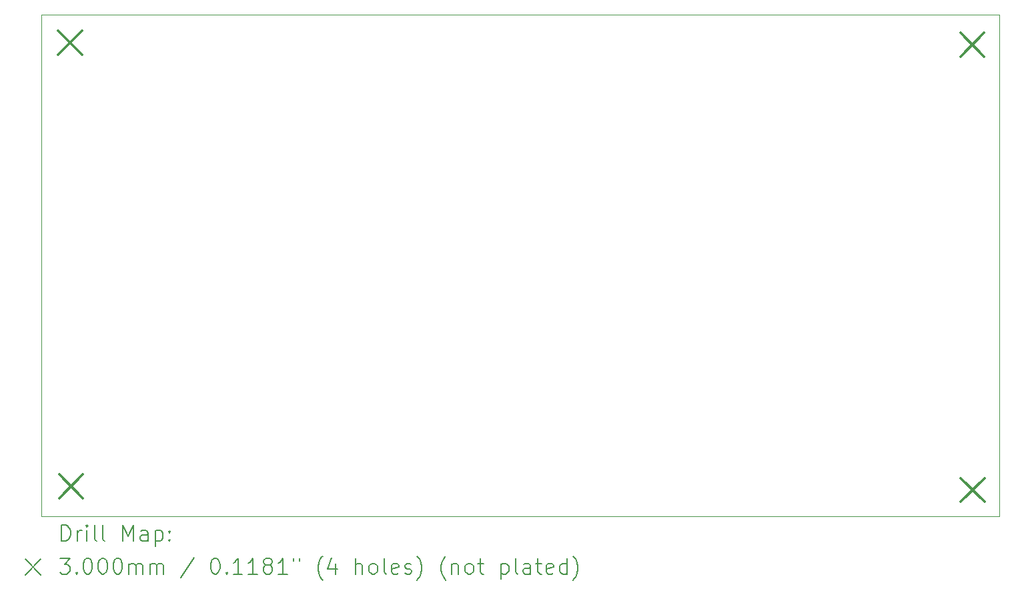
<source format=gbr>
%TF.GenerationSoftware,KiCad,Pcbnew,7.0.10*%
%TF.CreationDate,2024-03-22T14:29:53+05:30*%
%TF.ProjectId,small_pcb,736d616c-6c5f-4706-9362-2e6b69636164,rev?*%
%TF.SameCoordinates,Original*%
%TF.FileFunction,Drillmap*%
%TF.FilePolarity,Positive*%
%FSLAX45Y45*%
G04 Gerber Fmt 4.5, Leading zero omitted, Abs format (unit mm)*
G04 Created by KiCad (PCBNEW 7.0.10) date 2024-03-22 14:29:53*
%MOMM*%
%LPD*%
G01*
G04 APERTURE LIST*
%ADD10C,0.100000*%
%ADD11C,0.200000*%
%ADD12C,0.300000*%
G04 APERTURE END LIST*
D10*
X5438140Y-7231380D02*
X17599660Y-7231380D01*
X17599660Y-13596620D01*
X5438140Y-13596620D01*
X5438140Y-7231380D01*
D11*
D12*
X5653900Y-7439520D02*
X5953900Y-7739520D01*
X5953900Y-7439520D02*
X5653900Y-7739520D01*
X5666600Y-13068160D02*
X5966600Y-13368160D01*
X5966600Y-13068160D02*
X5666600Y-13368160D01*
X17101680Y-7462380D02*
X17401680Y-7762380D01*
X17401680Y-7462380D02*
X17101680Y-7762380D01*
X17106760Y-13116420D02*
X17406760Y-13416420D01*
X17406760Y-13116420D02*
X17106760Y-13416420D01*
D11*
X5693917Y-13913104D02*
X5693917Y-13713104D01*
X5693917Y-13713104D02*
X5741536Y-13713104D01*
X5741536Y-13713104D02*
X5770107Y-13722628D01*
X5770107Y-13722628D02*
X5789155Y-13741675D01*
X5789155Y-13741675D02*
X5798679Y-13760723D01*
X5798679Y-13760723D02*
X5808202Y-13798818D01*
X5808202Y-13798818D02*
X5808202Y-13827389D01*
X5808202Y-13827389D02*
X5798679Y-13865485D01*
X5798679Y-13865485D02*
X5789155Y-13884532D01*
X5789155Y-13884532D02*
X5770107Y-13903580D01*
X5770107Y-13903580D02*
X5741536Y-13913104D01*
X5741536Y-13913104D02*
X5693917Y-13913104D01*
X5893917Y-13913104D02*
X5893917Y-13779770D01*
X5893917Y-13817866D02*
X5903441Y-13798818D01*
X5903441Y-13798818D02*
X5912964Y-13789294D01*
X5912964Y-13789294D02*
X5932012Y-13779770D01*
X5932012Y-13779770D02*
X5951060Y-13779770D01*
X6017726Y-13913104D02*
X6017726Y-13779770D01*
X6017726Y-13713104D02*
X6008202Y-13722628D01*
X6008202Y-13722628D02*
X6017726Y-13732151D01*
X6017726Y-13732151D02*
X6027250Y-13722628D01*
X6027250Y-13722628D02*
X6017726Y-13713104D01*
X6017726Y-13713104D02*
X6017726Y-13732151D01*
X6141536Y-13913104D02*
X6122488Y-13903580D01*
X6122488Y-13903580D02*
X6112964Y-13884532D01*
X6112964Y-13884532D02*
X6112964Y-13713104D01*
X6246298Y-13913104D02*
X6227250Y-13903580D01*
X6227250Y-13903580D02*
X6217726Y-13884532D01*
X6217726Y-13884532D02*
X6217726Y-13713104D01*
X6474869Y-13913104D02*
X6474869Y-13713104D01*
X6474869Y-13713104D02*
X6541536Y-13855961D01*
X6541536Y-13855961D02*
X6608202Y-13713104D01*
X6608202Y-13713104D02*
X6608202Y-13913104D01*
X6789155Y-13913104D02*
X6789155Y-13808342D01*
X6789155Y-13808342D02*
X6779631Y-13789294D01*
X6779631Y-13789294D02*
X6760583Y-13779770D01*
X6760583Y-13779770D02*
X6722488Y-13779770D01*
X6722488Y-13779770D02*
X6703441Y-13789294D01*
X6789155Y-13903580D02*
X6770107Y-13913104D01*
X6770107Y-13913104D02*
X6722488Y-13913104D01*
X6722488Y-13913104D02*
X6703441Y-13903580D01*
X6703441Y-13903580D02*
X6693917Y-13884532D01*
X6693917Y-13884532D02*
X6693917Y-13865485D01*
X6693917Y-13865485D02*
X6703441Y-13846437D01*
X6703441Y-13846437D02*
X6722488Y-13836913D01*
X6722488Y-13836913D02*
X6770107Y-13836913D01*
X6770107Y-13836913D02*
X6789155Y-13827389D01*
X6884393Y-13779770D02*
X6884393Y-13979770D01*
X6884393Y-13789294D02*
X6903441Y-13779770D01*
X6903441Y-13779770D02*
X6941536Y-13779770D01*
X6941536Y-13779770D02*
X6960583Y-13789294D01*
X6960583Y-13789294D02*
X6970107Y-13798818D01*
X6970107Y-13798818D02*
X6979631Y-13817866D01*
X6979631Y-13817866D02*
X6979631Y-13875008D01*
X6979631Y-13875008D02*
X6970107Y-13894056D01*
X6970107Y-13894056D02*
X6960583Y-13903580D01*
X6960583Y-13903580D02*
X6941536Y-13913104D01*
X6941536Y-13913104D02*
X6903441Y-13913104D01*
X6903441Y-13913104D02*
X6884393Y-13903580D01*
X7065345Y-13894056D02*
X7074869Y-13903580D01*
X7074869Y-13903580D02*
X7065345Y-13913104D01*
X7065345Y-13913104D02*
X7055822Y-13903580D01*
X7055822Y-13903580D02*
X7065345Y-13894056D01*
X7065345Y-13894056D02*
X7065345Y-13913104D01*
X7065345Y-13789294D02*
X7074869Y-13798818D01*
X7074869Y-13798818D02*
X7065345Y-13808342D01*
X7065345Y-13808342D02*
X7055822Y-13798818D01*
X7055822Y-13798818D02*
X7065345Y-13789294D01*
X7065345Y-13789294D02*
X7065345Y-13808342D01*
X5233140Y-14141620D02*
X5433140Y-14341620D01*
X5433140Y-14141620D02*
X5233140Y-14341620D01*
X5674869Y-14133104D02*
X5798679Y-14133104D01*
X5798679Y-14133104D02*
X5732012Y-14209294D01*
X5732012Y-14209294D02*
X5760583Y-14209294D01*
X5760583Y-14209294D02*
X5779631Y-14218818D01*
X5779631Y-14218818D02*
X5789155Y-14228342D01*
X5789155Y-14228342D02*
X5798679Y-14247389D01*
X5798679Y-14247389D02*
X5798679Y-14295008D01*
X5798679Y-14295008D02*
X5789155Y-14314056D01*
X5789155Y-14314056D02*
X5779631Y-14323580D01*
X5779631Y-14323580D02*
X5760583Y-14333104D01*
X5760583Y-14333104D02*
X5703441Y-14333104D01*
X5703441Y-14333104D02*
X5684393Y-14323580D01*
X5684393Y-14323580D02*
X5674869Y-14314056D01*
X5884393Y-14314056D02*
X5893917Y-14323580D01*
X5893917Y-14323580D02*
X5884393Y-14333104D01*
X5884393Y-14333104D02*
X5874869Y-14323580D01*
X5874869Y-14323580D02*
X5884393Y-14314056D01*
X5884393Y-14314056D02*
X5884393Y-14333104D01*
X6017726Y-14133104D02*
X6036774Y-14133104D01*
X6036774Y-14133104D02*
X6055822Y-14142628D01*
X6055822Y-14142628D02*
X6065345Y-14152151D01*
X6065345Y-14152151D02*
X6074869Y-14171199D01*
X6074869Y-14171199D02*
X6084393Y-14209294D01*
X6084393Y-14209294D02*
X6084393Y-14256913D01*
X6084393Y-14256913D02*
X6074869Y-14295008D01*
X6074869Y-14295008D02*
X6065345Y-14314056D01*
X6065345Y-14314056D02*
X6055822Y-14323580D01*
X6055822Y-14323580D02*
X6036774Y-14333104D01*
X6036774Y-14333104D02*
X6017726Y-14333104D01*
X6017726Y-14333104D02*
X5998679Y-14323580D01*
X5998679Y-14323580D02*
X5989155Y-14314056D01*
X5989155Y-14314056D02*
X5979631Y-14295008D01*
X5979631Y-14295008D02*
X5970107Y-14256913D01*
X5970107Y-14256913D02*
X5970107Y-14209294D01*
X5970107Y-14209294D02*
X5979631Y-14171199D01*
X5979631Y-14171199D02*
X5989155Y-14152151D01*
X5989155Y-14152151D02*
X5998679Y-14142628D01*
X5998679Y-14142628D02*
X6017726Y-14133104D01*
X6208202Y-14133104D02*
X6227250Y-14133104D01*
X6227250Y-14133104D02*
X6246298Y-14142628D01*
X6246298Y-14142628D02*
X6255822Y-14152151D01*
X6255822Y-14152151D02*
X6265345Y-14171199D01*
X6265345Y-14171199D02*
X6274869Y-14209294D01*
X6274869Y-14209294D02*
X6274869Y-14256913D01*
X6274869Y-14256913D02*
X6265345Y-14295008D01*
X6265345Y-14295008D02*
X6255822Y-14314056D01*
X6255822Y-14314056D02*
X6246298Y-14323580D01*
X6246298Y-14323580D02*
X6227250Y-14333104D01*
X6227250Y-14333104D02*
X6208202Y-14333104D01*
X6208202Y-14333104D02*
X6189155Y-14323580D01*
X6189155Y-14323580D02*
X6179631Y-14314056D01*
X6179631Y-14314056D02*
X6170107Y-14295008D01*
X6170107Y-14295008D02*
X6160583Y-14256913D01*
X6160583Y-14256913D02*
X6160583Y-14209294D01*
X6160583Y-14209294D02*
X6170107Y-14171199D01*
X6170107Y-14171199D02*
X6179631Y-14152151D01*
X6179631Y-14152151D02*
X6189155Y-14142628D01*
X6189155Y-14142628D02*
X6208202Y-14133104D01*
X6398679Y-14133104D02*
X6417726Y-14133104D01*
X6417726Y-14133104D02*
X6436774Y-14142628D01*
X6436774Y-14142628D02*
X6446298Y-14152151D01*
X6446298Y-14152151D02*
X6455822Y-14171199D01*
X6455822Y-14171199D02*
X6465345Y-14209294D01*
X6465345Y-14209294D02*
X6465345Y-14256913D01*
X6465345Y-14256913D02*
X6455822Y-14295008D01*
X6455822Y-14295008D02*
X6446298Y-14314056D01*
X6446298Y-14314056D02*
X6436774Y-14323580D01*
X6436774Y-14323580D02*
X6417726Y-14333104D01*
X6417726Y-14333104D02*
X6398679Y-14333104D01*
X6398679Y-14333104D02*
X6379631Y-14323580D01*
X6379631Y-14323580D02*
X6370107Y-14314056D01*
X6370107Y-14314056D02*
X6360583Y-14295008D01*
X6360583Y-14295008D02*
X6351060Y-14256913D01*
X6351060Y-14256913D02*
X6351060Y-14209294D01*
X6351060Y-14209294D02*
X6360583Y-14171199D01*
X6360583Y-14171199D02*
X6370107Y-14152151D01*
X6370107Y-14152151D02*
X6379631Y-14142628D01*
X6379631Y-14142628D02*
X6398679Y-14133104D01*
X6551060Y-14333104D02*
X6551060Y-14199770D01*
X6551060Y-14218818D02*
X6560583Y-14209294D01*
X6560583Y-14209294D02*
X6579631Y-14199770D01*
X6579631Y-14199770D02*
X6608203Y-14199770D01*
X6608203Y-14199770D02*
X6627250Y-14209294D01*
X6627250Y-14209294D02*
X6636774Y-14228342D01*
X6636774Y-14228342D02*
X6636774Y-14333104D01*
X6636774Y-14228342D02*
X6646298Y-14209294D01*
X6646298Y-14209294D02*
X6665345Y-14199770D01*
X6665345Y-14199770D02*
X6693917Y-14199770D01*
X6693917Y-14199770D02*
X6712964Y-14209294D01*
X6712964Y-14209294D02*
X6722488Y-14228342D01*
X6722488Y-14228342D02*
X6722488Y-14333104D01*
X6817726Y-14333104D02*
X6817726Y-14199770D01*
X6817726Y-14218818D02*
X6827250Y-14209294D01*
X6827250Y-14209294D02*
X6846298Y-14199770D01*
X6846298Y-14199770D02*
X6874869Y-14199770D01*
X6874869Y-14199770D02*
X6893917Y-14209294D01*
X6893917Y-14209294D02*
X6903441Y-14228342D01*
X6903441Y-14228342D02*
X6903441Y-14333104D01*
X6903441Y-14228342D02*
X6912964Y-14209294D01*
X6912964Y-14209294D02*
X6932012Y-14199770D01*
X6932012Y-14199770D02*
X6960583Y-14199770D01*
X6960583Y-14199770D02*
X6979631Y-14209294D01*
X6979631Y-14209294D02*
X6989155Y-14228342D01*
X6989155Y-14228342D02*
X6989155Y-14333104D01*
X7379631Y-14123580D02*
X7208203Y-14380723D01*
X7636774Y-14133104D02*
X7655822Y-14133104D01*
X7655822Y-14133104D02*
X7674869Y-14142628D01*
X7674869Y-14142628D02*
X7684393Y-14152151D01*
X7684393Y-14152151D02*
X7693917Y-14171199D01*
X7693917Y-14171199D02*
X7703441Y-14209294D01*
X7703441Y-14209294D02*
X7703441Y-14256913D01*
X7703441Y-14256913D02*
X7693917Y-14295008D01*
X7693917Y-14295008D02*
X7684393Y-14314056D01*
X7684393Y-14314056D02*
X7674869Y-14323580D01*
X7674869Y-14323580D02*
X7655822Y-14333104D01*
X7655822Y-14333104D02*
X7636774Y-14333104D01*
X7636774Y-14333104D02*
X7617726Y-14323580D01*
X7617726Y-14323580D02*
X7608203Y-14314056D01*
X7608203Y-14314056D02*
X7598679Y-14295008D01*
X7598679Y-14295008D02*
X7589155Y-14256913D01*
X7589155Y-14256913D02*
X7589155Y-14209294D01*
X7589155Y-14209294D02*
X7598679Y-14171199D01*
X7598679Y-14171199D02*
X7608203Y-14152151D01*
X7608203Y-14152151D02*
X7617726Y-14142628D01*
X7617726Y-14142628D02*
X7636774Y-14133104D01*
X7789155Y-14314056D02*
X7798679Y-14323580D01*
X7798679Y-14323580D02*
X7789155Y-14333104D01*
X7789155Y-14333104D02*
X7779631Y-14323580D01*
X7779631Y-14323580D02*
X7789155Y-14314056D01*
X7789155Y-14314056D02*
X7789155Y-14333104D01*
X7989155Y-14333104D02*
X7874869Y-14333104D01*
X7932012Y-14333104D02*
X7932012Y-14133104D01*
X7932012Y-14133104D02*
X7912965Y-14161675D01*
X7912965Y-14161675D02*
X7893917Y-14180723D01*
X7893917Y-14180723D02*
X7874869Y-14190247D01*
X8179631Y-14333104D02*
X8065346Y-14333104D01*
X8122488Y-14333104D02*
X8122488Y-14133104D01*
X8122488Y-14133104D02*
X8103441Y-14161675D01*
X8103441Y-14161675D02*
X8084393Y-14180723D01*
X8084393Y-14180723D02*
X8065346Y-14190247D01*
X8293917Y-14218818D02*
X8274869Y-14209294D01*
X8274869Y-14209294D02*
X8265346Y-14199770D01*
X8265346Y-14199770D02*
X8255822Y-14180723D01*
X8255822Y-14180723D02*
X8255822Y-14171199D01*
X8255822Y-14171199D02*
X8265346Y-14152151D01*
X8265346Y-14152151D02*
X8274869Y-14142628D01*
X8274869Y-14142628D02*
X8293917Y-14133104D01*
X8293917Y-14133104D02*
X8332012Y-14133104D01*
X8332012Y-14133104D02*
X8351060Y-14142628D01*
X8351060Y-14142628D02*
X8360584Y-14152151D01*
X8360584Y-14152151D02*
X8370107Y-14171199D01*
X8370107Y-14171199D02*
X8370107Y-14180723D01*
X8370107Y-14180723D02*
X8360584Y-14199770D01*
X8360584Y-14199770D02*
X8351060Y-14209294D01*
X8351060Y-14209294D02*
X8332012Y-14218818D01*
X8332012Y-14218818D02*
X8293917Y-14218818D01*
X8293917Y-14218818D02*
X8274869Y-14228342D01*
X8274869Y-14228342D02*
X8265346Y-14237866D01*
X8265346Y-14237866D02*
X8255822Y-14256913D01*
X8255822Y-14256913D02*
X8255822Y-14295008D01*
X8255822Y-14295008D02*
X8265346Y-14314056D01*
X8265346Y-14314056D02*
X8274869Y-14323580D01*
X8274869Y-14323580D02*
X8293917Y-14333104D01*
X8293917Y-14333104D02*
X8332012Y-14333104D01*
X8332012Y-14333104D02*
X8351060Y-14323580D01*
X8351060Y-14323580D02*
X8360584Y-14314056D01*
X8360584Y-14314056D02*
X8370107Y-14295008D01*
X8370107Y-14295008D02*
X8370107Y-14256913D01*
X8370107Y-14256913D02*
X8360584Y-14237866D01*
X8360584Y-14237866D02*
X8351060Y-14228342D01*
X8351060Y-14228342D02*
X8332012Y-14218818D01*
X8560584Y-14333104D02*
X8446298Y-14333104D01*
X8503441Y-14333104D02*
X8503441Y-14133104D01*
X8503441Y-14133104D02*
X8484393Y-14161675D01*
X8484393Y-14161675D02*
X8465346Y-14180723D01*
X8465346Y-14180723D02*
X8446298Y-14190247D01*
X8636774Y-14133104D02*
X8636774Y-14171199D01*
X8712965Y-14133104D02*
X8712965Y-14171199D01*
X9008203Y-14409294D02*
X8998679Y-14399770D01*
X8998679Y-14399770D02*
X8979631Y-14371199D01*
X8979631Y-14371199D02*
X8970108Y-14352151D01*
X8970108Y-14352151D02*
X8960584Y-14323580D01*
X8960584Y-14323580D02*
X8951060Y-14275961D01*
X8951060Y-14275961D02*
X8951060Y-14237866D01*
X8951060Y-14237866D02*
X8960584Y-14190247D01*
X8960584Y-14190247D02*
X8970108Y-14161675D01*
X8970108Y-14161675D02*
X8979631Y-14142628D01*
X8979631Y-14142628D02*
X8998679Y-14114056D01*
X8998679Y-14114056D02*
X9008203Y-14104532D01*
X9170108Y-14199770D02*
X9170108Y-14333104D01*
X9122489Y-14123580D02*
X9074870Y-14266437D01*
X9074870Y-14266437D02*
X9198679Y-14266437D01*
X9427251Y-14333104D02*
X9427251Y-14133104D01*
X9512965Y-14333104D02*
X9512965Y-14228342D01*
X9512965Y-14228342D02*
X9503441Y-14209294D01*
X9503441Y-14209294D02*
X9484393Y-14199770D01*
X9484393Y-14199770D02*
X9455822Y-14199770D01*
X9455822Y-14199770D02*
X9436774Y-14209294D01*
X9436774Y-14209294D02*
X9427251Y-14218818D01*
X9636774Y-14333104D02*
X9617727Y-14323580D01*
X9617727Y-14323580D02*
X9608203Y-14314056D01*
X9608203Y-14314056D02*
X9598679Y-14295008D01*
X9598679Y-14295008D02*
X9598679Y-14237866D01*
X9598679Y-14237866D02*
X9608203Y-14218818D01*
X9608203Y-14218818D02*
X9617727Y-14209294D01*
X9617727Y-14209294D02*
X9636774Y-14199770D01*
X9636774Y-14199770D02*
X9665346Y-14199770D01*
X9665346Y-14199770D02*
X9684393Y-14209294D01*
X9684393Y-14209294D02*
X9693917Y-14218818D01*
X9693917Y-14218818D02*
X9703441Y-14237866D01*
X9703441Y-14237866D02*
X9703441Y-14295008D01*
X9703441Y-14295008D02*
X9693917Y-14314056D01*
X9693917Y-14314056D02*
X9684393Y-14323580D01*
X9684393Y-14323580D02*
X9665346Y-14333104D01*
X9665346Y-14333104D02*
X9636774Y-14333104D01*
X9817727Y-14333104D02*
X9798679Y-14323580D01*
X9798679Y-14323580D02*
X9789155Y-14304532D01*
X9789155Y-14304532D02*
X9789155Y-14133104D01*
X9970108Y-14323580D02*
X9951060Y-14333104D01*
X9951060Y-14333104D02*
X9912965Y-14333104D01*
X9912965Y-14333104D02*
X9893917Y-14323580D01*
X9893917Y-14323580D02*
X9884393Y-14304532D01*
X9884393Y-14304532D02*
X9884393Y-14228342D01*
X9884393Y-14228342D02*
X9893917Y-14209294D01*
X9893917Y-14209294D02*
X9912965Y-14199770D01*
X9912965Y-14199770D02*
X9951060Y-14199770D01*
X9951060Y-14199770D02*
X9970108Y-14209294D01*
X9970108Y-14209294D02*
X9979632Y-14228342D01*
X9979632Y-14228342D02*
X9979632Y-14247389D01*
X9979632Y-14247389D02*
X9884393Y-14266437D01*
X10055822Y-14323580D02*
X10074870Y-14333104D01*
X10074870Y-14333104D02*
X10112965Y-14333104D01*
X10112965Y-14333104D02*
X10132013Y-14323580D01*
X10132013Y-14323580D02*
X10141536Y-14304532D01*
X10141536Y-14304532D02*
X10141536Y-14295008D01*
X10141536Y-14295008D02*
X10132013Y-14275961D01*
X10132013Y-14275961D02*
X10112965Y-14266437D01*
X10112965Y-14266437D02*
X10084393Y-14266437D01*
X10084393Y-14266437D02*
X10065346Y-14256913D01*
X10065346Y-14256913D02*
X10055822Y-14237866D01*
X10055822Y-14237866D02*
X10055822Y-14228342D01*
X10055822Y-14228342D02*
X10065346Y-14209294D01*
X10065346Y-14209294D02*
X10084393Y-14199770D01*
X10084393Y-14199770D02*
X10112965Y-14199770D01*
X10112965Y-14199770D02*
X10132013Y-14209294D01*
X10208203Y-14409294D02*
X10217727Y-14399770D01*
X10217727Y-14399770D02*
X10236774Y-14371199D01*
X10236774Y-14371199D02*
X10246298Y-14352151D01*
X10246298Y-14352151D02*
X10255822Y-14323580D01*
X10255822Y-14323580D02*
X10265346Y-14275961D01*
X10265346Y-14275961D02*
X10265346Y-14237866D01*
X10265346Y-14237866D02*
X10255822Y-14190247D01*
X10255822Y-14190247D02*
X10246298Y-14161675D01*
X10246298Y-14161675D02*
X10236774Y-14142628D01*
X10236774Y-14142628D02*
X10217727Y-14114056D01*
X10217727Y-14114056D02*
X10208203Y-14104532D01*
X10570108Y-14409294D02*
X10560584Y-14399770D01*
X10560584Y-14399770D02*
X10541536Y-14371199D01*
X10541536Y-14371199D02*
X10532013Y-14352151D01*
X10532013Y-14352151D02*
X10522489Y-14323580D01*
X10522489Y-14323580D02*
X10512965Y-14275961D01*
X10512965Y-14275961D02*
X10512965Y-14237866D01*
X10512965Y-14237866D02*
X10522489Y-14190247D01*
X10522489Y-14190247D02*
X10532013Y-14161675D01*
X10532013Y-14161675D02*
X10541536Y-14142628D01*
X10541536Y-14142628D02*
X10560584Y-14114056D01*
X10560584Y-14114056D02*
X10570108Y-14104532D01*
X10646298Y-14199770D02*
X10646298Y-14333104D01*
X10646298Y-14218818D02*
X10655822Y-14209294D01*
X10655822Y-14209294D02*
X10674870Y-14199770D01*
X10674870Y-14199770D02*
X10703441Y-14199770D01*
X10703441Y-14199770D02*
X10722489Y-14209294D01*
X10722489Y-14209294D02*
X10732013Y-14228342D01*
X10732013Y-14228342D02*
X10732013Y-14333104D01*
X10855822Y-14333104D02*
X10836774Y-14323580D01*
X10836774Y-14323580D02*
X10827251Y-14314056D01*
X10827251Y-14314056D02*
X10817727Y-14295008D01*
X10817727Y-14295008D02*
X10817727Y-14237866D01*
X10817727Y-14237866D02*
X10827251Y-14218818D01*
X10827251Y-14218818D02*
X10836774Y-14209294D01*
X10836774Y-14209294D02*
X10855822Y-14199770D01*
X10855822Y-14199770D02*
X10884394Y-14199770D01*
X10884394Y-14199770D02*
X10903441Y-14209294D01*
X10903441Y-14209294D02*
X10912965Y-14218818D01*
X10912965Y-14218818D02*
X10922489Y-14237866D01*
X10922489Y-14237866D02*
X10922489Y-14295008D01*
X10922489Y-14295008D02*
X10912965Y-14314056D01*
X10912965Y-14314056D02*
X10903441Y-14323580D01*
X10903441Y-14323580D02*
X10884394Y-14333104D01*
X10884394Y-14333104D02*
X10855822Y-14333104D01*
X10979632Y-14199770D02*
X11055822Y-14199770D01*
X11008203Y-14133104D02*
X11008203Y-14304532D01*
X11008203Y-14304532D02*
X11017727Y-14323580D01*
X11017727Y-14323580D02*
X11036774Y-14333104D01*
X11036774Y-14333104D02*
X11055822Y-14333104D01*
X11274870Y-14199770D02*
X11274870Y-14399770D01*
X11274870Y-14209294D02*
X11293917Y-14199770D01*
X11293917Y-14199770D02*
X11332013Y-14199770D01*
X11332013Y-14199770D02*
X11351060Y-14209294D01*
X11351060Y-14209294D02*
X11360584Y-14218818D01*
X11360584Y-14218818D02*
X11370108Y-14237866D01*
X11370108Y-14237866D02*
X11370108Y-14295008D01*
X11370108Y-14295008D02*
X11360584Y-14314056D01*
X11360584Y-14314056D02*
X11351060Y-14323580D01*
X11351060Y-14323580D02*
X11332013Y-14333104D01*
X11332013Y-14333104D02*
X11293917Y-14333104D01*
X11293917Y-14333104D02*
X11274870Y-14323580D01*
X11484393Y-14333104D02*
X11465346Y-14323580D01*
X11465346Y-14323580D02*
X11455822Y-14304532D01*
X11455822Y-14304532D02*
X11455822Y-14133104D01*
X11646298Y-14333104D02*
X11646298Y-14228342D01*
X11646298Y-14228342D02*
X11636774Y-14209294D01*
X11636774Y-14209294D02*
X11617727Y-14199770D01*
X11617727Y-14199770D02*
X11579632Y-14199770D01*
X11579632Y-14199770D02*
X11560584Y-14209294D01*
X11646298Y-14323580D02*
X11627251Y-14333104D01*
X11627251Y-14333104D02*
X11579632Y-14333104D01*
X11579632Y-14333104D02*
X11560584Y-14323580D01*
X11560584Y-14323580D02*
X11551060Y-14304532D01*
X11551060Y-14304532D02*
X11551060Y-14285485D01*
X11551060Y-14285485D02*
X11560584Y-14266437D01*
X11560584Y-14266437D02*
X11579632Y-14256913D01*
X11579632Y-14256913D02*
X11627251Y-14256913D01*
X11627251Y-14256913D02*
X11646298Y-14247389D01*
X11712965Y-14199770D02*
X11789155Y-14199770D01*
X11741536Y-14133104D02*
X11741536Y-14304532D01*
X11741536Y-14304532D02*
X11751060Y-14323580D01*
X11751060Y-14323580D02*
X11770108Y-14333104D01*
X11770108Y-14333104D02*
X11789155Y-14333104D01*
X11932013Y-14323580D02*
X11912965Y-14333104D01*
X11912965Y-14333104D02*
X11874870Y-14333104D01*
X11874870Y-14333104D02*
X11855822Y-14323580D01*
X11855822Y-14323580D02*
X11846298Y-14304532D01*
X11846298Y-14304532D02*
X11846298Y-14228342D01*
X11846298Y-14228342D02*
X11855822Y-14209294D01*
X11855822Y-14209294D02*
X11874870Y-14199770D01*
X11874870Y-14199770D02*
X11912965Y-14199770D01*
X11912965Y-14199770D02*
X11932013Y-14209294D01*
X11932013Y-14209294D02*
X11941536Y-14228342D01*
X11941536Y-14228342D02*
X11941536Y-14247389D01*
X11941536Y-14247389D02*
X11846298Y-14266437D01*
X12112965Y-14333104D02*
X12112965Y-14133104D01*
X12112965Y-14323580D02*
X12093917Y-14333104D01*
X12093917Y-14333104D02*
X12055822Y-14333104D01*
X12055822Y-14333104D02*
X12036774Y-14323580D01*
X12036774Y-14323580D02*
X12027251Y-14314056D01*
X12027251Y-14314056D02*
X12017727Y-14295008D01*
X12017727Y-14295008D02*
X12017727Y-14237866D01*
X12017727Y-14237866D02*
X12027251Y-14218818D01*
X12027251Y-14218818D02*
X12036774Y-14209294D01*
X12036774Y-14209294D02*
X12055822Y-14199770D01*
X12055822Y-14199770D02*
X12093917Y-14199770D01*
X12093917Y-14199770D02*
X12112965Y-14209294D01*
X12189155Y-14409294D02*
X12198679Y-14399770D01*
X12198679Y-14399770D02*
X12217727Y-14371199D01*
X12217727Y-14371199D02*
X12227251Y-14352151D01*
X12227251Y-14352151D02*
X12236774Y-14323580D01*
X12236774Y-14323580D02*
X12246298Y-14275961D01*
X12246298Y-14275961D02*
X12246298Y-14237866D01*
X12246298Y-14237866D02*
X12236774Y-14190247D01*
X12236774Y-14190247D02*
X12227251Y-14161675D01*
X12227251Y-14161675D02*
X12217727Y-14142628D01*
X12217727Y-14142628D02*
X12198679Y-14114056D01*
X12198679Y-14114056D02*
X12189155Y-14104532D01*
M02*

</source>
